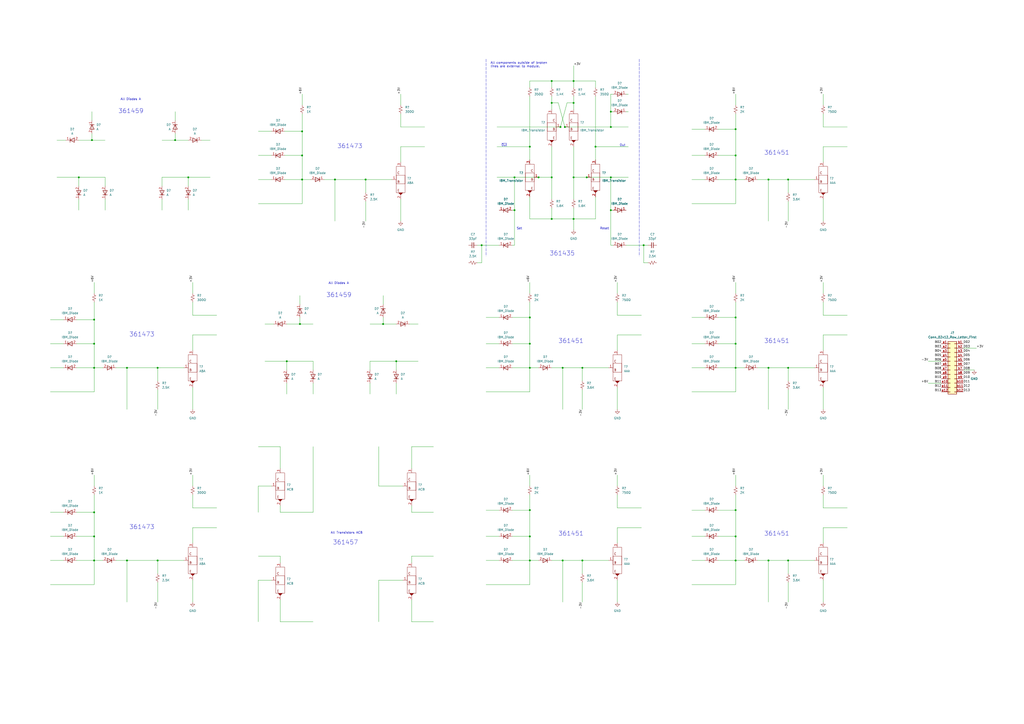
<source format=kicad_sch>
(kicad_sch (version 20211123) (generator eeschema)
  (paper "A2")
  (junction (at 445.77 213.36))
  (junction (at 109.22 102.87))
  (junction (at 212.09 104.14))
  (junction (at 320.04 102.87))
  (junction (at 307.34 213.36))
  (junction (at 332.74 46.99))
  (junction (at 166.37 209.55))
  (junction (at 91.44 213.36))
  (junction (at 326.39 213.36))
  (junction (at 340.36 102.87))
  (junction (at 445.77 325.12))
  (junction (at 307.34 199.39))
  (junction (at 279.4 142.24))
  (junction (at 354.33 73.66))
  (junction (at 175.26 90.17))
  (junction (at 426.72 199.39))
  (junction (at 54.61 311.15))
  (junction (at 426.72 90.17))
  (junction (at 373.38 142.24))
  (junction (at 426.72 295.91))
  (junction (at 354.33 64.77))
  (junction (at 307.34 295.91))
  (junction (at 327.66 73.66))
  (junction (at 457.2 325.12))
  (junction (at 337.82 213.36))
  (junction (at 307.34 184.15))
  (junction (at 426.72 184.15))
  (junction (at 222.25 187.96))
  (junction (at 332.74 127))
  (junction (at 101.6 81.28))
  (junction (at 73.66 325.12))
  (junction (at 320.04 46.99))
  (junction (at 54.61 213.36))
  (junction (at 312.42 102.87))
  (junction (at 320.04 127))
  (junction (at 53.34 81.28))
  (junction (at 229.87 209.55))
  (junction (at 54.61 199.39))
  (junction (at 326.39 325.12))
  (junction (at 91.44 325.12))
  (junction (at 54.61 325.12))
  (junction (at 354.33 102.87))
  (junction (at 307.34 325.12))
  (junction (at 175.26 76.2))
  (junction (at 332.74 59.69))
  (junction (at 426.72 104.14))
  (junction (at 54.61 297.18))
  (junction (at 307.34 85.09))
  (junction (at 298.45 102.87))
  (junction (at 337.82 325.12))
  (junction (at 320.04 59.69))
  (junction (at 73.66 213.36))
  (junction (at 298.45 121.92))
  (junction (at 173.99 187.96))
  (junction (at 445.77 104.14))
  (junction (at 426.72 325.12))
  (junction (at 54.61 185.42))
  (junction (at 307.34 311.15))
  (junction (at 457.2 213.36))
  (junction (at 426.72 74.93))
  (junction (at 426.72 213.36))
  (junction (at 325.12 73.66))
  (junction (at 175.26 104.14))
  (junction (at 457.2 104.14))
  (junction (at 332.74 102.87))
  (junction (at 426.72 311.15))
  (junction (at 354.33 121.92))
  (junction (at 345.44 85.0832))
  (junction (at 194.31 104.14))
  (junction (at 45.72 102.87))
  (wire (pts (xy 477.52 163.83) (xy 477.52 170.18)))
  (wire (pts (xy 307.34 227.33) (xy 307.34 213.36)))
  (wire (pts (xy 91.44 213.36) (xy 106.68 213.36)))
  (wire (pts (xy 426.72 339.09) (xy 426.72 325.12)))
  (wire (pts (xy 426.72 184.15) (xy 416.56 184.15)))
  (wire (pts (xy 44.45 325.12) (xy 54.61 325.12)))
  (wire (pts (xy 279.4 142.24) (xy 289.56 142.24)))
  (wire (pts (xy 307.34 199.39) (xy 307.34 213.36)))
  (wire (pts (xy 332.74 127) (xy 332.74 133.35)))
  (wire (pts (xy 439.42 325.12) (xy 445.77 325.12)))
  (wire (pts (xy 53.34 64.77) (xy 53.34 69.85)))
  (wire (pts (xy 232.41 85.09) (xy 246.38 85.09)))
  (wire (pts (xy 181.61 222.25) (xy 181.61 228.6)))
  (wire (pts (xy 33.02 81.28) (xy 38.1 81.28)))
  (wire (pts (xy 345.44 85.0832) (xy 345.44 92.71)))
  (wire (pts (xy 307.34 213.36) (xy 312.42 213.36)))
  (wire (pts (xy 307.34 295.91) (xy 297.18 295.91)))
  (wire (pts (xy 111.76 182.88) (xy 125.73 182.88)))
  (wire (pts (xy 29.21 213.36) (xy 36.83 213.36)))
  (wire (pts (xy 29.21 199.39) (xy 36.83 199.39)))
  (wire (pts (xy 363.22 54.61) (xy 364.49 54.61)))
  (wire (pts (xy 307.34 275.59) (xy 307.34 281.94)))
  (wire (pts (xy 54.61 213.36) (xy 59.69 213.36)))
  (wire (pts (xy 175.26 118.11) (xy 175.26 104.14)))
  (wire (pts (xy 445.77 237.49) (xy 445.77 213.36)))
  (wire (pts (xy 281.94 295.91) (xy 289.56 295.91)))
  (wire (pts (xy 54.61 185.42) (xy 54.61 199.39)))
  (wire (pts (xy 426.72 311.15) (xy 416.56 311.15)))
  (wire (pts (xy 558.8 214.63) (xy 565.15 214.63)))
  (wire (pts (xy 358.14 182.88) (xy 372.11 182.88)))
  (wire (pts (xy 345.44 46.99) (xy 345.44 50.8)))
  (wire (pts (xy 477.52 314.96) (xy 477.52 306.07)))
  (wire (pts (xy 457.2 213.36) (xy 472.44 213.36)))
  (wire (pts (xy 426.72 90.17) (xy 416.56 90.17)))
  (wire (pts (xy 232.41 93.98) (xy 232.41 85.09)))
  (wire (pts (xy 54.61 275.59) (xy 54.61 281.94)))
  (wire (pts (xy 477.52 66.04) (xy 477.52 73.66)))
  (wire (pts (xy 166.37 222.25) (xy 166.37 228.6)))
  (wire (pts (xy 477.52 182.88) (xy 491.49 182.88)))
  (wire (pts (xy 345.44 85.0832) (xy 364.49 85.0832)))
  (wire (pts (xy 477.52 194.31) (xy 491.49 194.31)))
  (wire (pts (xy 345.44 127) (xy 332.74 127)))
  (wire (pts (xy 54.61 311.15) (xy 54.61 325.12)))
  (wire (pts (xy 162.56 322.58) (xy 162.56 326.39)))
  (wire (pts (xy 457.2 104.14) (xy 457.2 111.76)))
  (wire (pts (xy 33.02 102.87) (xy 45.72 102.87)))
  (wire (pts (xy 187.96 104.14) (xy 194.31 104.14)))
  (wire (pts (xy 232.41 73.66) (xy 246.38 73.66)))
  (wire (pts (xy 401.32 90.17) (xy 408.94 90.17)))
  (wire (pts (xy 276.86 152.4) (xy 279.4 152.4)))
  (wire (pts (xy 401.32 311.15) (xy 408.94 311.15)))
  (wire (pts (xy 439.42 104.14) (xy 445.77 104.14)))
  (wire (pts (xy 416.56 104.14) (xy 426.72 104.14)))
  (wire (pts (xy 457.2 226.06) (xy 457.2 237.49)))
  (wire (pts (xy 175.26 90.17) (xy 175.26 104.14)))
  (wire (pts (xy 477.52 287.02) (xy 477.52 294.64)))
  (wire (pts (xy 153.67 209.55) (xy 166.37 209.55)))
  (wire (pts (xy 298.45 102.87) (xy 298.45 121.92)))
  (wire (pts (xy 401.32 104.14) (xy 408.94 104.14)))
  (wire (pts (xy 326.39 213.36) (xy 337.82 213.36)))
  (wire (pts (xy 111.76 294.64) (xy 125.73 294.64)))
  (wire (pts (xy 426.72 175.26) (xy 426.72 184.15)))
  (wire (pts (xy 238.76 322.58) (xy 251.46 322.58)))
  (wire (pts (xy 416.56 325.12) (xy 426.72 325.12)))
  (wire (pts (xy 281.94 227.33) (xy 307.34 227.33)))
  (wire (pts (xy 358.14 336.55) (xy 358.14 349.25)))
  (wire (pts (xy 312.42 102.87) (xy 320.04 102.87)))
  (wire (pts (xy 426.72 295.91) (xy 426.72 311.15)))
  (wire (pts (xy 445.77 128.27) (xy 445.77 104.14)))
  (wire (pts (xy 109.22 115.57) (xy 109.22 121.92)))
  (wire (pts (xy 297.18 325.12) (xy 307.34 325.12)))
  (wire (pts (xy 175.26 76.2) (xy 165.1 76.2)))
  (wire (pts (xy 307.34 55.88) (xy 307.34 85.09)))
  (wire (pts (xy 354.33 102.87) (xy 364.49 102.87)))
  (wire (pts (xy 116.84 81.28) (xy 121.92 81.28)))
  (wire (pts (xy 426.72 74.93) (xy 426.72 90.17)))
  (wire (pts (xy 320.04 59.69) (xy 320.04 63.5)))
  (wire (pts (xy 426.72 311.15) (xy 426.72 325.12)))
  (wire (pts (xy 354.33 54.61) (xy 354.33 64.77)))
  (wire (pts (xy 109.22 102.87) (xy 109.22 107.95)))
  (wire (pts (xy 60.96 115.57) (xy 60.96 121.92)))
  (wire (pts (xy 445.77 104.14) (xy 457.2 104.14)))
  (wire (pts (xy 165.1 104.14) (xy 175.26 104.14)))
  (wire (pts (xy 175.26 76.2) (xy 175.26 90.17)))
  (wire (pts (xy 101.6 77.47) (xy 101.6 81.28)))
  (wire (pts (xy 109.22 102.87) (xy 93.98 102.87)))
  (wire (pts (xy 149.86 360.68) (xy 149.86 336.55)))
  (wire (pts (xy 326.39 349.25) (xy 326.39 325.12)))
  (wire (pts (xy 232.41 66.04) (xy 232.41 73.66)))
  (wire (pts (xy 279.4 142.24) (xy 276.86 142.24)))
  (wire (pts (xy 477.52 306.07) (xy 491.49 306.07)))
  (wire (pts (xy 111.76 336.55) (xy 111.76 349.25)))
  (wire (pts (xy 320.04 120.65) (xy 320.04 127)))
  (wire (pts (xy 426.72 295.91) (xy 416.56 295.91)))
  (wire (pts (xy 354.33 64.77) (xy 355.6 64.77)))
  (wire (pts (xy 320.04 325.12) (xy 326.39 325.12)))
  (wire (pts (xy 149.86 118.11) (xy 175.26 118.11)))
  (wire (pts (xy 320.04 102.87) (xy 320.04 85.09)))
  (wire (pts (xy 358.14 314.96) (xy 358.14 306.07)))
  (wire (pts (xy 354.33 142.24) (xy 355.6 142.24)))
  (wire (pts (xy 307.34 311.15) (xy 307.34 325.12)))
  (wire (pts (xy 173.99 184.15) (xy 173.99 187.96)))
  (wire (pts (xy 326.39 325.12) (xy 337.82 325.12)))
  (wire (pts (xy 222.25 184.15) (xy 222.25 187.96)))
  (wire (pts (xy 166.37 187.96) (xy 173.99 187.96)))
  (wire (pts (xy 320.04 59.69) (xy 323.85 59.69)))
  (wire (pts (xy 373.38 152.4) (xy 373.38 142.24)))
  (wire (pts (xy 426.72 325.12) (xy 431.8 325.12)))
  (wire (pts (xy 229.87 187.96) (xy 222.25 187.96)))
  (wire (pts (xy 445.77 213.36) (xy 457.2 213.36)))
  (wire (pts (xy 457.2 213.36) (xy 457.2 220.98)))
  (wire (pts (xy 162.56 347.98) (xy 162.56 360.68)))
  (wire (pts (xy 426.72 275.59) (xy 426.72 281.94)))
  (wire (pts (xy 238.76 360.68) (xy 251.46 360.68)))
  (wire (pts (xy 416.56 213.36) (xy 426.72 213.36)))
  (wire (pts (xy 401.32 295.91) (xy 408.94 295.91)))
  (wire (pts (xy 111.76 175.26) (xy 111.76 182.88)))
  (wire (pts (xy 332.74 59.69) (xy 328.93 59.69)))
  (wire (pts (xy 229.87 222.25) (xy 229.87 228.6)))
  (wire (pts (xy 345.44 55.88) (xy 345.44 85.0832)))
  (wire (pts (xy 54.61 185.42) (xy 44.45 185.42)))
  (wire (pts (xy 281.94 184.15) (xy 289.56 184.15)))
  (wire (pts (xy 162.56 271.78) (xy 162.56 259.08)))
  (wire (pts (xy 358.14 163.83) (xy 358.14 170.18)))
  (wire (pts (xy 320.04 213.36) (xy 326.39 213.36)))
  (wire (pts (xy 238.76 326.39) (xy 238.76 322.58)))
  (wire (pts (xy 101.6 81.28) (xy 93.98 81.28)))
  (wire (pts (xy 358.14 275.59) (xy 358.14 281.94)))
  (wire (pts (xy 91.44 213.36) (xy 91.44 220.98)))
  (wire (pts (xy 29.21 227.33) (xy 54.61 227.33)))
  (wire (pts (xy 45.72 81.28) (xy 53.34 81.28)))
  (wire (pts (xy 162.56 297.18) (xy 181.61 297.18)))
  (wire (pts (xy 337.82 325.12) (xy 353.06 325.12)))
  (wire (pts (xy 162.56 293.37) (xy 162.56 297.18)))
  (wire (pts (xy 73.66 325.12) (xy 73.66 349.25)))
  (wire (pts (xy 111.76 194.31) (xy 125.73 194.31)))
  (wire (pts (xy 320.04 102.87) (xy 320.04 115.57)))
  (wire (pts (xy 219.71 281.94) (xy 219.71 259.08)))
  (wire (pts (xy 93.98 107.95) (xy 93.98 102.87)))
  (wire (pts (xy 401.32 199.39) (xy 408.94 199.39)))
  (wire (pts (xy 426.72 74.93) (xy 416.56 74.93)))
  (wire (pts (xy 337.82 325.12) (xy 337.82 332.74)))
  (wire (pts (xy 332.74 46.99) (xy 332.74 50.8)))
  (wire (pts (xy 153.67 187.96) (xy 158.75 187.96)))
  (wire (pts (xy 288.29 85.09) (xy 307.34 85.09)))
  (wire (pts (xy 307.34 163.83) (xy 307.34 170.18)))
  (wire (pts (xy 91.44 337.82) (xy 91.44 349.25)))
  (wire (pts (xy 214.63 214.63) (xy 214.63 209.55)))
  (wire (pts (xy 327.66 73.66) (xy 354.33 73.66)))
  (wire (pts (xy 457.2 325.12) (xy 457.2 332.74)))
  (wire (pts (xy 426.72 287.02) (xy 426.72 295.91)))
  (wire (pts (xy 297.18 213.36) (xy 307.34 213.36)))
  (wire (pts (xy 307.34 85.09) (xy 307.34 92.71)))
  (wire (pts (xy 212.09 104.14) (xy 212.09 111.76)))
  (wire (pts (xy 307.34 127) (xy 307.34 114.3)))
  (wire (pts (xy 363.22 142.24) (xy 373.38 142.24)))
  (wire (pts (xy 307.34 311.15) (xy 297.18 311.15)))
  (wire (pts (xy 121.92 102.87) (xy 109.22 102.87)))
  (wire (pts (xy 73.66 213.36) (xy 73.66 237.49)))
  (wire (pts (xy 332.74 102.87) (xy 332.74 115.57)))
  (wire (pts (xy 44.45 213.36) (xy 54.61 213.36)))
  (wire (pts (xy 354.33 102.87) (xy 354.33 121.92)))
  (wire (pts (xy 175.26 54.61) (xy 175.26 60.96)))
  (wire (pts (xy 111.76 306.07) (xy 125.73 306.07)))
  (wire (pts (xy 29.21 185.42) (xy 36.83 185.42)))
  (wire (pts (xy 91.44 325.12) (xy 106.68 325.12)))
  (wire (pts (xy 445.77 325.12) (xy 457.2 325.12)))
  (wire (pts (xy 281.94 325.12) (xy 289.56 325.12)))
  (wire (pts (xy 232.41 115.57) (xy 232.41 128.27)))
  (wire (pts (xy 320.04 46.99) (xy 332.74 46.99)))
  (wire (pts (xy 93.98 115.57) (xy 93.98 121.92)))
  (wire (pts (xy 375.92 152.4) (xy 373.38 152.4)))
  (wire (pts (xy 332.74 120.65) (xy 332.74 127)))
  (wire (pts (xy 426.72 66.04) (xy 426.72 74.93)))
  (wire (pts (xy 67.31 325.12) (xy 73.66 325.12)))
  (wire (pts (xy 53.34 81.28) (xy 60.96 81.28)))
  (wire (pts (xy 477.52 224.79) (xy 477.52 237.49)))
  (wire (pts (xy 162.56 360.68) (xy 181.61 360.68)))
  (wire (pts (xy 307.34 287.02) (xy 307.34 295.91)))
  (wire (pts (xy 111.76 163.83) (xy 111.76 170.18)))
  (wire (pts (xy 337.82 226.06) (xy 337.82 237.49)))
  (wire (pts (xy 477.52 115.57) (xy 477.52 128.27)))
  (wire (pts (xy 166.37 209.55) (xy 181.61 209.55)))
  (wire (pts (xy 477.52 294.64) (xy 491.49 294.64)))
  (wire (pts (xy 320.04 127) (xy 307.34 127)))
  (wire (pts (xy 288.29 73.66) (xy 325.12 73.66)))
  (wire (pts (xy 354.33 54.61) (xy 355.6 54.61)))
  (wire (pts (xy 229.87 209.55) (xy 214.63 209.55)))
  (wire (pts (xy 181.61 214.63) (xy 181.61 209.55)))
  (wire (pts (xy 358.14 203.2) (xy 358.14 194.31)))
  (wire (pts (xy 219.71 336.55) (xy 219.71 360.68)))
  (wire (pts (xy 332.74 38.1) (xy 332.74 46.99)))
  (wire (pts (xy 307.34 339.09) (xy 307.34 325.12)))
  (wire (pts (xy 166.37 209.55) (xy 166.37 214.63)))
  (wire (pts (xy 67.31 213.36) (xy 73.66 213.36)))
  (wire (pts (xy 401.32 184.15) (xy 408.94 184.15)))
  (wire (pts (xy 54.61 199.39) (xy 54.61 213.36)))
  (wire (pts (xy 281.94 199.39) (xy 289.56 199.39)))
  (wire (pts (xy 401.32 118.11) (xy 426.72 118.11)))
  (wire (pts (xy 54.61 199.39) (xy 44.45 199.39)))
  (wire (pts (xy 111.76 203.2) (xy 111.76 194.31)))
  (wire (pts (xy 149.86 322.58) (xy 162.56 322.58)))
  (wire (pts (xy 237.49 187.96) (xy 242.57 187.96)))
  (polyline (pts (xy 281.94 34.29) (xy 281.94 148.59)))
  (wire (pts (xy 149.86 336.55) (xy 157.48 336.55)))
  (wire (pts (xy 173.99 171.45) (xy 173.99 176.53)))
  (wire (pts (xy 281.94 339.09) (xy 307.34 339.09)))
  (wire (pts (xy 307.34 325.12) (xy 312.42 325.12)))
  (wire (pts (xy 111.76 314.96) (xy 111.76 306.07)))
  (wire (pts (xy 358.14 194.31) (xy 372.11 194.31)))
  (wire (pts (xy 54.61 311.15) (xy 44.45 311.15)))
  (polyline (pts (xy 370.84 34.29) (xy 370.84 148.59)))
  (wire (pts (xy 29.21 339.09) (xy 54.61 339.09)))
  (wire (pts (xy 53.34 77.47) (xy 53.34 81.28)))
  (wire (pts (xy 181.61 297.18) (xy 181.61 259.08)))
  (wire (pts (xy 281.94 311.15) (xy 289.56 311.15)))
  (wire (pts (xy 328.93 59.69) (xy 325.12 73.66)))
  (wire (pts (xy 426.72 199.39) (xy 416.56 199.39)))
  (wire (pts (xy 54.61 175.26) (xy 54.61 185.42)))
  (wire (pts (xy 558.8 201.93) (xy 566.42 201.93)))
  (wire (pts (xy 175.26 66.04) (xy 175.26 76.2)))
  (wire (pts (xy 45.72 102.87) (xy 60.96 102.87)))
  (wire (pts (xy 320.04 46.99) (xy 320.04 50.8)))
  (wire (pts (xy 457.2 104.14) (xy 472.44 104.14)))
  (wire (pts (xy 337.82 337.82) (xy 337.82 349.25)))
  (wire (pts (xy 477.52 175.26) (xy 477.52 182.88)))
  (wire (pts (xy 194.31 104.14) (xy 212.09 104.14)))
  (wire (pts (xy 54.61 339.09) (xy 54.61 325.12)))
  (wire (pts (xy 332.74 85.09) (xy 332.74 102.87)))
  (wire (pts (xy 73.66 325.12) (xy 91.44 325.12)))
  (wire (pts (xy 401.32 213.36) (xy 408.94 213.36)))
  (wire (pts (xy 354.33 121.92) (xy 355.6 121.92)))
  (wire (pts (xy 233.68 336.55) (xy 219.71 336.55)))
  (wire (pts (xy 298.45 121.92) (xy 298.45 142.24)))
  (wire (pts (xy 29.21 311.15) (xy 36.83 311.15)))
  (wire (pts (xy 373.38 142.24) (xy 375.92 142.24)))
  (wire (pts (xy 29.21 297.18) (xy 36.83 297.18)))
  (wire (pts (xy 307.34 46.99) (xy 307.34 50.8)))
  (wire (pts (xy 279.4 152.4) (xy 279.4 142.24)))
  (wire (pts (xy 477.52 85.09) (xy 491.49 85.09)))
  (wire (pts (xy 457.2 116.84) (xy 457.2 128.27)))
  (wire (pts (xy 54.61 227.33) (xy 54.61 213.36)))
  (wire (pts (xy 358.14 175.26) (xy 358.14 182.88)))
  (wire (pts (xy 337.82 213.36) (xy 337.82 220.98)))
  (wire (pts (xy 477.52 275.59) (xy 477.52 281.94)))
  (wire (pts (xy 212.09 104.14) (xy 227.33 104.14)))
  (wire (pts (xy 307.34 175.26) (xy 307.34 184.15)))
  (wire (pts (xy 457.2 337.82) (xy 457.2 349.25)))
  (wire (pts (xy 538.48 222.25) (xy 546.1 222.25)))
  (wire (pts (xy 29.21 325.12) (xy 36.83 325.12)))
  (wire (pts (xy 332.74 59.69) (xy 332.74 63.5)))
  (wire (pts (xy 238.76 347.98) (xy 238.76 360.68)))
  (wire (pts (xy 345.44 114.3) (xy 345.44 127)))
  (wire (pts (xy 111.76 275.59) (xy 111.76 281.94)))
  (wire (pts (xy 175.26 104.14) (xy 180.34 104.14)))
  (wire (pts (xy 194.31 104.14) (xy 194.31 128.27)))
  (wire (pts (xy 73.66 213.36) (xy 91.44 213.36)))
  (wire (pts (xy 354.33 121.92) (xy 354.33 142.24)))
  (wire (pts (xy 229.87 209.55) (xy 229.87 214.63)))
  (wire (pts (xy 426.72 227.33) (xy 426.72 213.36)))
  (wire (pts (xy 175.26 90.17) (xy 165.1 90.17)))
  (wire (pts (xy 426.72 199.39) (xy 426.72 213.36)))
  (wire (pts (xy 111.76 287.02) (xy 111.76 294.64)))
  (wire (pts (xy 54.61 297.18) (xy 54.61 311.15)))
  (wire (pts (xy 477.52 54.61) (xy 477.52 60.96)))
  (wire (pts (xy 457.2 325.12) (xy 472.44 325.12)))
  (wire (pts (xy 354.33 64.77) (xy 354.33 73.66)))
  (wire (pts (xy 426.72 90.17) (xy 426.72 104.14)))
  (wire (pts (xy 401.32 227.33) (xy 426.72 227.33)))
  (wire (pts (xy 149.86 281.94) (xy 149.86 297.18)))
  (wire (pts (xy 45.72 115.57) (xy 45.72 121.92)))
  (wire (pts (xy 337.82 213.36) (xy 353.06 213.36)))
  (wire (pts (xy 45.72 102.87) (xy 45.72 107.95)))
  (wire (pts (xy 307.34 295.91) (xy 307.34 311.15)))
  (wire (pts (xy 401.32 339.09) (xy 426.72 339.09)))
  (wire (pts (xy 307.34 199.39) (xy 297.18 199.39)))
  (wire (pts (xy 477.52 93.98) (xy 477.52 85.09)))
  (wire (pts (xy 288.29 102.87) (xy 298.45 102.87)))
  (wire (pts (xy 54.61 287.02) (xy 54.61 297.18)))
  (wire (pts (xy 354.33 73.66) (xy 364.49 73.66)))
  (wire (pts (xy 426.72 184.15) (xy 426.72 199.39)))
  (wire (pts (xy 477.52 73.66) (xy 491.49 73.66)))
  (wire (pts (xy 307.34 46.99) (xy 320.04 46.99)))
  (wire (pts (xy 363.22 64.77) (xy 364.49 64.77)))
  (wire (pts (xy 238.76 259.08) (xy 251.46 259.08)))
  (wire (pts (xy 173.99 187.96) (xy 181.61 187.96)))
  (wire (pts (xy 222.25 171.45) (xy 222.25 176.53)))
  (wire (pts (xy 332.74 127) (xy 320.04 127)))
  (wire (pts (xy 101.6 64.77) (xy 101.6 69.85)))
  (wire (pts (xy 298.45 102.87) (xy 312.42 102.87)))
  (wire (pts (xy 238.76 271.78) (xy 238.76 259.08)))
  (wire (pts (xy 298.45 121.92) (xy 297.18 121.92)))
  (wire (pts (xy 149.86 90.17) (xy 157.48 90.17)))
  (wire (pts (xy 307.34 184.15) (xy 297.18 184.15)))
  (wire (pts (xy 332.74 55.88) (xy 332.74 59.69)))
  (wire (pts (xy 212.09 116.84) (xy 212.09 128.27)))
  (wire (pts (xy 157.48 281.94) (xy 149.86 281.94)))
  (wire (pts (xy 298.45 142.24) (xy 297.18 142.24)))
  (wire (pts (xy 358.14 294.64) (xy 372.11 294.64)))
  (wire (pts (xy 149.86 76.2) (xy 157.48 76.2)))
  (wire (pts (xy 426.72 54.61) (xy 426.72 60.96)))
  (wire (pts (xy 109.22 81.28) (xy 101.6 81.28)))
  (wire (pts (xy 326.39 237.49) (xy 326.39 213.36)))
  (wire (pts (xy 233.68 281.94) (xy 219.71 281.94)))
  (wire (pts (xy 54.61 297.18) (xy 44.45 297.18)))
  (wire (pts (xy 358.14 306.07) (xy 372.11 306.07)))
  (wire (pts (xy 426.72 104.14) (xy 431.8 104.14)))
  (wire (pts (xy 340.36 102.87) (xy 354.33 102.87)))
  (wire (pts (xy 477.52 203.2) (xy 477.52 194.31)))
  (wire (pts (xy 426.72 213.36) (xy 431.8 213.36)))
  (wire (pts (xy 91.44 325.12) (xy 91.44 332.74)))
  (wire (pts (xy 358.14 224.79) (xy 358.14 237.49)))
  (wire (pts (xy 149.86 104.14) (xy 157.48 104.14)))
  (wire (pts (xy 222.25 187.96) (xy 214.63 187.96)))
  (wire (pts (xy 320.04 55.88) (xy 320.04 59.69)))
  (wire (pts (xy 232.41 54.61) (xy 232.41 60.96)))
  (wire (pts (xy 214.63 222.25) (xy 214.63 228.6)))
  (wire (pts (xy 426.72 118.11) (xy 426.72 104.14)))
  (wire (pts (xy 91.44 226.06) (xy 91.44 237.49)))
  (wire (pts (xy 445.77 349.25) (xy 445.77 325.12)))
  (wire (pts (xy 60.96 107.95) (xy 60.96 102.87)))
  (wire (pts (xy 358.14 287.02) (xy 358.14 294.64)))
  (wire (pts (xy 242.57 209.55) (xy 229.87 209.55)))
  (wire (pts (xy 162.56 259.08) (xy 149.86 259.08)))
  (wire (pts (xy 538.48 209.55) (xy 546.1 209.55)))
  (wire (pts (xy 54.61 325.12) (xy 59.69 325.12)))
  (wire (pts (xy 332.74 46.99) (xy 345.44 46.99)))
  (wire (pts (xy 238.76 297.18) (xy 251.46 297.18)))
  (wire (pts (xy 426.72 163.83) (xy 426.72 170.18)))
  (wire (pts (xy 281.94 213.36) (xy 289.56 213.36)))
  (wire (pts (xy 238.76 293.37) (xy 238.76 297.18)))
  (wire (pts (xy 477.52 336.55) (xy 477.52 349.25)))
  (wire (pts (xy 323.85 59.69) (xy 327.66 73.66)))
  (wire (pts (xy 401.32 74.93) (xy 408.94 74.93)))
  (wire (pts (xy 111.76 224.79) (xy 111.76 237.49)))
  (wire (pts (xy 332.74 102.87) (xy 340.36 102.87)))
  (wire (pts (xy 401.32 325.12) (xy 408.94 325.12)))
  (wire (pts (xy 307.34 184.15) (xy 307.34 199.39)))
  (wire (pts (xy 439.42 213.36) (xy 445.77 213.36)))
  (wire (pts (xy 54.61 163.83) (xy 54.61 170.18)))
  (text "361451" (at 443.23 90.17 0) (effects (font (size 2.54 2.54)) (justify left bottom)))
  (text "All Diodes A" (at 69.85 58.42 0) (effects (font (size 1.27 1.27)) (justify left bottom)))
  (text "All Transistors ACB" (at 191.77 309.88 0) (effects (font (size 1.27 1.27)) (justify left bottom)))
  (text "361451" (at 443.23 311.15 0) (effects (font (size 2.54 2.54)) (justify left bottom)))
  (text "Reset" (at 347.98 133.35 0) (effects (font (size 1.27 1.27)) (justify left bottom)))
  (text "Out" (at 359.41 85.09 0) (effects (font (size 1.27 1.27)) (justify left bottom)))
  (text "361451" (at 323.85 199.39 0) (effects (font (size 2.54 2.54)) (justify left bottom)))
  (text "361451" (at 323.85 311.15 0) (effects (font (size 2.54 2.54)) (justify left bottom)))
  (text "All Diodes A" (at 190.5 165.1 0) (effects (font (size 1.27 1.27)) (justify left bottom)))
  (text "361451" (at 443.23 199.39 0) (effects (font (size 2.54 2.54)) (justify left bottom)))
  (text "Set" (at 299.72 133.35 0) (effects (font (size 1.27 1.27)) (justify left bottom)))
  (text "361473" (at 195.58 86.36 0) (effects (font (size 2.54 2.54)) (justify left bottom)))
  (text "361457" (at 193.04 316.23 0) (effects (font (size 2.54 2.54)) (justify left bottom)))
  (text "All components outside of broken\nlines are external to module." (at 284.48 39.37 0) (effects (font (size 1.27 1.27)) (justify left bottom)))
  (text "361459" (at 68.58 66.04 0) (effects (font (size 2.54 2.54)) (justify left bottom)))
  (text "361435" (at 318.77 148.59 0) (effects (font (size 2.54 2.54)) (justify left bottom)))
  (text "361459" (at 189.23 172.72 0) (effects (font (size 2.54 2.54)) (justify left bottom)))
  (text "361473" (at 74.93 307.34 0) (effects (font (size 2.54 2.54)) (justify left bottom)))
  (text "~{Out}" (at 290.83 85.09 0) (effects (font (size 1.27 1.27)) (justify left bottom)))
  (text "361473" (at 74.93 195.58 0) (effects (font (size 2.54 2.54)) (justify left bottom)))
  (label "+3V" (at 566.42 201.93 0))
  (label "-3V" (at 457.2 349.25 270))
  (label "+3V" (at 477.52 275.59 90))
  (label "-3V" (at 337.82 237.49 270))
  (label "-3V" (at 538.48 209.55 180))
  (label "+6V" (at 426.72 54.61 90))
  (label "+3V" (at 111.76 163.83 90))
  (label "+6V" (at 54.61 275.59 90))
  (label "D06" (at 558.8 209.55 0))
  (label "+6V" (at 538.48 222.25 180))
  (label "D13" (at 558.8 227.33 0))
  (label "D09" (at 558.8 217.17 0))
  (label "B12" (at 546.1 224.79 180))
  (label "B02" (at 546.1 199.39 180))
  (label "+3V" (at 477.52 54.61 90))
  (label "B11" (at 546.1 222.25 180))
  (label "D07" (at 558.8 212.09 0))
  (label "+6V" (at 54.61 163.83 90))
  (label "+3V" (at 111.76 275.59 90))
  (label "B10" (at 546.1 219.71 180))
  (label "B09" (at 546.1 217.17 180))
  (label "+3V" (at 232.41 54.61 90))
  (label "D02" (at 558.8 199.39 0))
  (label "B05" (at 546.1 207.01 180))
  (label "+3V" (at 477.52 163.83 90))
  (label "B04" (at 546.1 204.47 180))
  (label "D05" (at 558.8 207.01 0))
  (label "B13" (at 546.1 227.33 180))
  (label "D11" (at 558.8 222.25 0))
  (label "B08" (at 546.1 214.63 180))
  (label "+6V" (at 307.34 163.83 90))
  (label "+3V" (at 332.74 38.1 0))
  (label "+6V" (at 426.72 275.59 90))
  (label "-3V" (at 91.44 349.25 270))
  (label "-3V" (at 457.2 128.27 270))
  (label "-3V" (at 457.2 237.49 270))
  (label "D04" (at 558.8 204.47 0))
  (label "B03" (at 546.1 201.93 180))
  (label "+6V" (at 175.26 54.61 90))
  (label "B06" (at 546.1 209.55 180))
  (label "D12" (at 558.8 224.79 0))
  (label "D08" (at 558.8 214.63 0))
  (label "B07" (at 546.1 212.09 180))
  (label "D03" (at 558.8 201.93 0))
  (label "D10" (at 558.8 219.71 0))
  (label "-3V" (at 212.09 128.27 270))
  (label "-3V" (at 337.82 349.25 270))
  (label "+3V" (at 358.14 275.59 90))
  (label "+6V" (at 307.34 275.59 90))
  (label "+6V" (at 426.72 163.83 90))
  (label "-3V" (at 91.44 237.49 270))
  (label "+3V" (at 358.14 163.83 90))
  (symbol (lib_id "Device:R_Small_US") (at 175.26 63.5 0) (unit 1)
    (property "Reference" "R?" (at 177.8 62.2299 0) (effects (justify left)))
    (property "Value" "1K" (at 177.8 64.7699 0) (effects (justify left)))
    (property "Footprint" "Resistor_SMD:R_0201_0603Metric" (effects hide))
  )
  (symbol (lib_id "IBM_SLT-SLD:IBM_Diode") (at 359.41 54.61 180) (unit 1)
    (property "Reference" "D?" (at 359.41 48.26 0))
    (property "Value" "IBM_Diode" (at 359.41 50.8 0))
    (property "Footprint" "Diode_SMD:D_0201_0603Metric" (effects hide))
  )
  (symbol (lib_id "Device:R_Small_US") (at 91.44 335.28 0) (unit 1)
    (property "Reference" "R?" (at 93.98 334.0099 0) (effects (justify left)))
    (property "Value" "2.5K" (at 93.98 336.5499 0) (effects (justify left)))
    (property "Footprint" "Resistor_SMD:R_0201_0603Metric" (effects hide))
  )
  (symbol (lib_id "IBM_SLT-SLD:IBM_Diode") (at 412.75 90.17 0) (unit 1)
    (property "Reference" "D?" (at 412.75 83.82 0))
    (property "Value" "IBM_Diode" (at 412.75 86.36 0))
    (property "Footprint" "Diode_SMD:D_0201_0603Metric" (effects hide))
  )
  (symbol (lib_id "IBM_SLT-SLD:IBM_Transistor") (at 477.52 213.36 0) (unit 1)
    (property "Reference" "T?" (at 481.33 212.7249 0) (effects (justify left)))
    (property "Value" "AAA" (at 481.33 215.2649 0) (effects (justify left)))
    (property "Footprint" "Package_TO_SOT_SMD:SOT-883" (effects hide))
  )
  (symbol (lib_id "IBM_SLT-SLD:IBM_Diode") (at 412.75 104.14 0) (unit 1)
    (property "Reference" "D?" (at 412.75 97.79 0))
    (property "Value" "IBM_Diode" (at 412.75 100.33 0))
    (property "Footprint" "Diode_SMD:D_0201_0603Metric" (effects hide))
  )
  (symbol (lib_id "IBM_SLT-SLD:IBM_Transistor") (at 345.44 102.87 0) (unit 1)
    (property "Reference" "T?" (at 349.25 100.33 0) (effects (justify left)))
    (property "Value" "IBM_Transistor" (at 349.25 104.7749 0) (effects (justify left)))
  )
  (symbol (lib_id "IBM_SLT-SLD:IBM_Transistor") (at 111.76 325.12 0) (unit 1)
    (property "Reference" "T?" (at 115.57 324.4849 0) (effects (justify left)))
    (property "Value" "ABA" (at 115.57 327.0249 0) (effects (justify left)))
  )
  (symbol (lib_id "Device:C_Small") (at 378.46 142.24 270) (mirror x) (unit 1)
    (property "Reference" "C?" (at 378.4537 135.89 90))
    (property "Value" "33pF" (at 378.4537 138.43 90))
  )
  (symbol (lib_id "IBM_SLT-SLD:IBM_Diode") (at 40.64 325.12 0) (unit 1)
    (property "Reference" "D?" (at 40.64 318.77 0))
    (property "Value" "IBM_Diode" (at 40.64 321.31 0))
    (property "Footprint" "Diode_SMD:D_0201_0603Metric" (effects hide))
  )
  (symbol (lib_id "power:GND") (at 232.41 128.27 0) (unit 1)
    (property "Reference" "#PWR?" (effects hide))
    (property "Value" "GND" (at 232.41 133.35 0))
  )
  (symbol (lib_id "Device:R_Small_US") (at 212.09 114.3 0) (unit 1)
    (property "Reference" "R?" (at 214.63 113.0299 0) (effects (justify left)))
    (property "Value" "2.5K" (at 214.63 115.5699 0) (effects (justify left)))
    (property "Footprint" "Resistor_SMD:R_0201_0603Metric" (effects hide))
  )
  (symbol (lib_id "Device:R_Small_US") (at 345.44 53.34 180) (unit 1)
    (property "Reference" "R?" (at 347.98 52.0699 0) (effects (justify right)))
    (property "Value" "350Ω" (at 347.98 54.6099 0) (effects (justify right)))
    (property "Footprint" "Resistor_SMD:R_0201_0603Metric" (effects hide))
  )
  (symbol (lib_id "Device:R_Small_US") (at 457.2 335.28 0) (unit 1)
    (property "Reference" "R?" (at 459.74 334.0099 0) (effects (justify left)))
    (property "Value" "3.6K" (at 459.74 336.5499 0) (effects (justify left)))
    (property "Footprint" "Resistor_SMD:R_0201_0603Metric" (effects hide))
  )
  (symbol (lib_id "Device:R_Small_US") (at 332.74 53.34 180) (unit 1)
    (property "Reference" "R?" (at 335.28 52.0699 0) (effects (justify right)))
    (property "Value" "1.4K" (at 335.28 54.6099 0) (effects (justify right)))
    (property "Footprint" "Resistor_SMD:R_0201_0603Metric" (effects hide))
  )
  (symbol (lib_id "Device:R_Small_US") (at 358.14 284.48 0) (unit 1)
    (property "Reference" "R?" (at 360.68 283.2099 0) (effects (justify left)))
    (property "Value" "750Ω" (at 360.68 285.7499 0) (effects (justify left)))
    (property "Footprint" "Resistor_SMD:R_0201_0603Metric" (effects hide))
  )
  (symbol (lib_id "Device:R_Small_US") (at 337.82 223.52 0) (unit 1)
    (property "Reference" "R?" (at 340.36 222.2499 0) (effects (justify left)))
    (property "Value" "3.6K" (at 340.36 224.7899 0) (effects (justify left)))
    (property "Footprint" "Resistor_SMD:R_0201_0603Metric" (effects hide))
  )
  (symbol (lib_id "IBM_SLT-SLD:IBM_Diode") (at 173.99 180.34 270) (unit 1)
    (property "Reference" "D?" (at 176.53 179.0699 90) (effects (justify left)))
    (property "Value" "A" (at 176.53 181.6099 90) (effects (justify left)))
    (property "Footprint" "Diode_SMD:D_0201_0603Metric" (effects hide))
  )
  (symbol (lib_id "power:GND") (at 111.76 349.25 0) (unit 1)
    (property "Reference" "#PWR?" (effects hide))
    (property "Value" "GND" (at 111.76 354.33 0))
  )
  (symbol (lib_id "Device:R_Small_US") (at 426.72 172.72 0) (unit 1)
    (property "Reference" "R?" (at 429.26 171.4499 0) (effects (justify left)))
    (property "Value" "2K" (at 429.26 173.9899 0) (effects (justify left)))
    (property "Footprint" "Resistor_SMD:R_0201_0603Metric" (effects hide))
  )
  (symbol (lib_id "power:GND") (at 358.14 349.25 0) (unit 1)
    (property "Reference" "#PWR?" (effects hide))
    (property "Value" "GND" (at 358.14 354.33 0))
  )
  (symbol (lib_id "IBM_SLT-SLD:IBM_Diode") (at 293.37 199.39 0) (unit 1)
    (property "Reference" "D?" (at 293.37 193.04 0))
    (property "Value" "IBM_Diode" (at 293.37 195.58 0))
    (property "Footprint" "Diode_SMD:D_0201_0603Metric" (effects hide))
  )
  (symbol (lib_id "IBM_SLT-SLD:IBM_Diode") (at 412.75 74.93 0) (unit 1)
    (property "Reference" "D?" (at 412.75 68.58 0))
    (property "Value" "IBM_Diode" (at 412.75 71.12 0))
    (property "Footprint" "Diode_SMD:D_0201_0603Metric" (effects hide))
  )
  (symbol (lib_id "IBM_SLT-SLD:IBM_Diode") (at 412.75 325.12 0) (unit 1)
    (property "Reference" "D?" (at 412.75 318.77 0))
    (property "Value" "IBM_Diode" (at 412.75 321.31 0))
    (property "Footprint" "Diode_SMD:D_0201_0603Metric" (effects hide))
  )
  (symbol (lib_id "IBM_SLT-SLD:IBM_Transistor") (at 358.14 213.36 0) (unit 1)
    (property "Reference" "T?" (at 361.95 212.7249 0) (effects (justify left)))
    (property "Value" "AAA" (at 361.95 215.2649 0) (effects (justify left)))
    (property "Footprint" "Package_TO_SOT_SMD:SOT-883" (effects hide))
  )
  (symbol (lib_id "Device:R_Small_US") (at 274.32 152.4 270) (unit 1)
    (property "Reference" "R?" (at 274.32 146.05 90))
    (property "Value" "2.5K" (at 274.32 148.59 90))
    (property "Footprint" "Resistor_SMD:R_0201_0603Metric" (effects hide))
  )
  (symbol (lib_id "IBM_SLT-SLD:IBM_Diode") (at 184.15 104.14 180) (unit 1)
    (property "Reference" "D?" (at 184.15 97.79 0))
    (property "Value" "IBM_Diode" (at 184.15 100.33 0))
    (property "Footprint" "Diode_SMD:D_0201_0603Metric" (effects hide))
  )
  (symbol (lib_id "IBM_SLT-SLD:IBM_Diode") (at 166.37 218.44 90) (unit 1)
    (property "Reference" "D?" (at 168.91 217.1699 90) (effects (justify right)))
    (property "Value" "A" (at 168.91 219.7099 90) (effects (justify right)))
    (property "Footprint" "Diode_SMD:D_0201_0603Metric" (effects hide))
  )
  (symbol (lib_id "IBM_SLT-SLD:IBM_Diode") (at 293.37 295.91 0) (unit 1)
    (property "Reference" "D?" (at 293.37 289.56 0))
    (property "Value" "IBM_Diode" (at 293.37 292.1 0))
    (property "Footprint" "Diode_SMD:D_0201_0603Metric" (effects hide))
  )
  (symbol (lib_id "Device:R_Small_US") (at 307.34 172.72 0) (unit 1)
    (property "Reference" "R?" (at 309.88 171.4499 0) (effects (justify left)))
    (property "Value" "2K" (at 309.88 173.9899 0) (effects (justify left)))
    (property "Footprint" "Resistor_SMD:R_0201_0603Metric" (effects hide))
  )
  (symbol (lib_id "Device:R_Small_US") (at 320.04 118.11 180) (unit 1)
    (property "Reference" "R?" (at 322.58 116.8399 0) (effects (justify right)))
    (property "Value" "1.6K" (at 322.58 119.3799 0) (effects (justify right)))
    (property "Footprint" "Resistor_SMD:R_0201_0603Metric" (effects hide))
  )
  (symbol (lib_id "IBM_SLT-SLD:IBM_Diode") (at 60.96 111.76 90) (unit 1)
    (property "Reference" "D?" (at 63.5 110.4899 90) (effects (justify right)))
    (property "Value" "A" (at 63.5 113.0299 90) (effects (justify right)))
    (property "Footprint" "Diode_SMD:D_0201_0603Metric" (effects hide))
  )
  (symbol (lib_id "IBM_SLT-SLD:IBM_Transistor") (at 320.04 73.66 0) (mirror y) (unit 1)
    (property "Reference" "T?" (at 316.23 71.12 0) (effects (justify left)))
    (property "Value" "IBM_Transistor" (at 316.23 75.5649 0) (effects (justify left)))
  )
  (symbol (lib_id "Device:R_Small_US") (at 320.04 53.34 180) (unit 1)
    (property "Reference" "R?" (at 322.58 52.0699 0) (effects (justify right)))
    (property "Value" "1.4K" (at 322.58 54.6099 0) (effects (justify right)))
    (property "Footprint" "Resistor_SMD:R_0201_0603Metric" (effects hide))
  )
  (symbol (lib_id "Device:R_Small_US") (at 378.46 152.4 90) (mirror x) (unit 1)
    (property "Reference" "R?" (at 378.46 146.05 90))
    (property "Value" "2.5K" (at 378.46 148.59 90))
    (property "Footprint" "Resistor_SMD:R_0201_0603Metric" (effects hide))
  )
  (symbol (lib_id "IBM_SLT-SLD:IBM_Diode") (at 162.56 187.96 0) (unit 1)
    (property "Reference" "D?" (at 162.56 181.61 0))
    (property "Value" "A" (at 162.56 184.15 0))
    (property "Footprint" "Diode_SMD:D_0201_0603Metric" (effects hide))
  )
  (symbol (lib_id "IBM_SLT-SLD:IBM_Diode") (at 435.61 325.12 180) (unit 1)
    (property "Reference" "D?" (at 435.61 318.77 0))
    (property "Value" "IBM_Diode" (at 435.61 321.31 0))
    (property "Footprint" "Diode_SMD:D_0201_0603Metric" (effects hide))
  )
  (symbol (lib_id "IBM_SLT-SLD:IBM_Diode") (at 435.61 104.14 180) (unit 1)
    (property "Reference" "D?" (at 435.61 97.79 0))
    (property "Value" "IBM_Diode" (at 435.61 100.33 0))
    (property "Footprint" "Diode_SMD:D_0201_0603Metric" (effects hide))
  )
  (symbol (lib_id "IBM_SLT-SLD:IBM_Transistor") (at 238.76 336.55 0) (unit 1)
    (property "Reference" "T?" (at 242.57 335.9149 0) (effects (justify left)))
    (property "Value" "ACB" (at 242.57 338.4549 0) (effects (justify left)))
  )
  (symbol (lib_id "IBM_SLT-SLD:IBM_Diode") (at 214.63 218.44 90) (unit 1)
    (property "Reference" "D?" (at 217.17 217.1699 90) (effects (justify right)))
    (property "Value" "A" (at 217.17 219.7099 90) (effects (justify right)))
    (property "Footprint" "Diode_SMD:D_0201_0603Metric" (effects hide))
  )
  (symbol (lib_id "IBM_SLT-SLD:IBM_Diode") (at 93.98 111.76 90) (unit 1)
    (property "Reference" "D?" (at 96.52 110.4899 90) (effects (justify right)))
    (property "Value" "A" (at 96.52 113.0299 90) (effects (justify right)))
    (property "Footprint" "Diode_SMD:D_0201_0603Metric" (effects hide))
  )
  (symbol (lib_id "IBM_SLT-SLD:IBM_Diode") (at 161.29 76.2 0) (unit 1)
    (property "Reference" "D?" (at 161.29 69.85 0))
    (property "Value" "IBM_Diode" (at 161.29 72.39 0))
    (property "Footprint" "Diode_SMD:D_0201_0603Metric" (effects hide))
  )
  (symbol (lib_id "Device:R_Small_US") (at 91.44 223.52 0) (unit 1)
    (property "Reference" "R?" (at 93.98 222.2499 0) (effects (justify left)))
    (property "Value" "2.5K" (at 93.98 224.7899 0) (effects (justify left)))
    (property "Footprint" "Resistor_SMD:R_0201_0603Metric" (effects hide))
  )
  (symbol (lib_id "Device:R_Small_US") (at 111.76 284.48 0) (unit 1)
    (property "Reference" "R?" (at 114.3 283.2099 0) (effects (justify left)))
    (property "Value" "300Ω" (at 114.3 285.7499 0) (effects (justify left)))
    (property "Footprint" "Resistor_SMD:R_0201_0603Metric" (effects hide))
  )
  (symbol (lib_id "Device:R_Small_US") (at 54.61 284.48 0) (unit 1)
    (property "Reference" "R?" (at 57.15 283.2099 0) (effects (justify left)))
    (property "Value" "1K" (at 57.15 285.7499 0) (effects (justify left)))
    (property "Footprint" "Resistor_SMD:R_0201_0603Metric" (effects hide))
  )
  (symbol (lib_id "IBM_SLT-SLD:IBM_Diode") (at 359.41 64.77 180) (unit 1)
    (property "Reference" "D?" (at 359.41 58.42 0))
    (property "Value" "IBM_Diode" (at 359.41 60.96 0))
    (property "Footprint" "Diode_SMD:D_0201_0603Metric" (effects hide))
  )
  (symbol (lib_id "IBM_SLT-SLD:IBM_Diode") (at 45.72 111.76 90) (unit 1)
    (property "Reference" "D?" (at 48.26 110.4899 90) (effects (justify right)))
    (property "Value" "A" (at 48.26 113.0299 90) (effects (justify right)))
    (property "Footprint" "Diode_SMD:D_0201_0603Metric" (effects hide))
  )
  (symbol (lib_id "IBM_SLT-SLD:IBM_Transistor") (at 238.76 281.94 0) (unit 1)
    (property "Reference" "T?" (at 242.57 281.3049 0) (effects (justify left)))
    (property "Value" "ACB" (at 242.57 283.8449 0) (effects (justify left)))
  )
  (symbol (lib_id "IBM_SLT-SLD:IBM_Diode") (at 412.75 311.15 0) (unit 1)
    (property "Reference" "D?" (at 412.75 304.8 0))
    (property "Value" "IBM_Diode" (at 412.75 307.34 0))
    (property "Footprint" "Diode_SMD:D_0201_0603Metric" (effects hide))
  )
  (symbol (lib_id "power:GND") (at 332.74 133.35 0) (unit 1)
    (property "Reference" "#PWR?" (effects hide))
    (property "Value" "GND" (at 332.74 138.43 0))
  )
  (symbol (lib_id "Device:R_Small_US") (at 54.61 172.72 0) (unit 1)
    (property "Reference" "R?" (at 57.15 171.4499 0) (effects (justify left)))
    (property "Value" "1K" (at 57.15 173.9899 0) (effects (justify left)))
    (property "Footprint" "Resistor_SMD:R_0201_0603Metric" (effects hide))
  )
  (symbol (lib_id "IBM_SLT-SLD:IBM_Diode") (at 101.6 73.66 90) (mirror x) (unit 1)
    (property "Reference" "D?" (at 99.06 72.3899 90) (effects (justify left)))
    (property "Value" "A" (at 99.06 74.9299 90) (effects (justify left)))
    (property "Footprint" "Diode_SMD:D_0201_0603Metric" (effects hide))
  )
  (symbol (lib_id "power:GND") (at 477.52 237.49 0) (unit 1)
    (property "Reference" "#PWR?" (effects hide))
    (property "Value" "GND" (at 477.52 242.57 0))
  )
  (symbol (lib_id "IBM_SLT-SLD:IBM_Diode") (at 233.68 187.96 180) (unit 1)
    (property "Reference" "D?" (at 233.68 181.61 0))
    (property "Value" "A" (at 233.68 184.15 0))
    (property "Footprint" "Diode_SMD:D_0201_0603Metric" (effects hide))
  )
  (symbol (lib_id "IBM_SLT-SLD:IBM_Diode") (at 40.64 213.36 0) (unit 1)
    (property "Reference" "D?" (at 40.64 207.01 0))
    (property "Value" "IBM_Diode" (at 40.64 209.55 0))
    (property "Footprint" "Diode_SMD:D_0201_0603Metric" (effects hide))
  )
  (symbol (lib_id "IBM_SLT-SLD:IBM_Diode") (at 316.23 213.36 180) (unit 1)
    (property "Reference" "D?" (at 316.23 207.01 0))
    (property "Value" "IBM_Diode" (at 316.23 209.55 0))
    (property "Footprint" "Diode_SMD:D_0201_0603Metric" (effects hide))
  )
  (symbol (lib_id "IBM_SLT-SLD:IBM_Transistor") (at 477.52 104.14 0) (unit 1)
    (property "Reference" "T?" (at 481.33 103.5049 0) (effects (justify left)))
    (property "Value" "AAA" (at 481.33 106.0449 0) (effects (justify left)))
    (property "Footprint" "Package_TO_SOT_SMD:SOT-883" (effects hide))
  )
  (symbol (lib_id "Device:R_Small_US") (at 426.72 284.48 0) (unit 1)
    (property "Reference" "R?" (at 429.26 283.2099 0) (effects (justify left)))
    (property "Value" "2K" (at 429.26 285.7499 0) (effects (justify left)))
    (property "Footprint" "Resistor_SMD:R_0201_0603Metric" (effects hide))
  )
  (symbol (lib_id "IBM_SLT-SLD:IBM_Diode") (at 40.64 199.39 0) (unit 1)
    (property "Reference" "D?" (at 40.64 193.04 0))
    (property "Value" "IBM_Diode" (at 40.64 195.58 0))
    (property "Footprint" "Diode_SMD:D_0201_0603Metric" (effects hide))
  )
  (symbol (lib_id "IBM_SLT-SLD:IBM_Diode") (at 41.91 81.28 0) (unit 1)
    (property "Reference" "D?" (at 41.91 74.93 0))
    (property "Value" "A" (at 41.91 77.47 0))
    (property "Footprint" "Diode_SMD:D_0201_0603Metric" (effects hide))
  )
  (symbol (lib_id "IBM_SLT-SLD:IBM_Transistor") (at 332.74 73.66 0) (unit 1)
    (property "Reference" "T?" (at 336.55 71.12 0) (effects (justify left)))
    (property "Value" "IBM_Transistor" (at 336.55 75.5649 0) (effects (justify left)))
  )
  (symbol (lib_id "IBM_SLT-SLD:IBM_Diode") (at 161.29 104.14 0) (unit 1)
    (property "Reference" "D?" (at 161.29 97.79 0))
    (property "Value" "IBM_Diode" (at 161.29 100.33 0))
    (property "Footprint" "Diode_SMD:D_0201_0603Metric" (effects hide))
  )
  (symbol (lib_id "IBM_SLT-SLD:IBM_Diode") (at 40.64 185.42 0) (unit 1)
    (property "Reference" "D?" (at 40.64 179.07 0))
    (property "Value" "IBM_Diode" (at 40.64 181.61 0))
    (property "Footprint" "Diode_SMD:D_0201_0603Metric" (effects hide))
  )
  (symbol (lib_id "IBM_SLT-SLD:IBM_Transistor") (at 111.76 213.36 0) (unit 1)
    (property "Reference" "T?" (at 115.57 212.7249 0) (effects (justify left)))
    (property "Value" "ABA" (at 115.57 215.2649 0) (effects (justify left)))
  )
  (symbol (lib_id "IBM_SLT-SLD:IBM_Diode") (at 316.23 325.12 180) (unit 1)
    (property "Reference" "D?" (at 316.23 318.77 0))
    (property "Value" "IBM_Diode" (at 316.23 321.31 0))
    (property "Footprint" "Diode_SMD:D_0201_0603Metric" (effects hide))
  )
  (symbol (lib_id "IBM_SLT-SLD:IBM_Diode") (at 53.34 73.66 270) (unit 1)
    (property "Reference" "D?" (at 55.88 72.3899 90) (effects (justify left)))
    (property "Value" "A" (at 55.88 74.9299 90) (effects (justify left)))
    (property "Footprint" "Diode_SMD:D_0201_0603Metric" (effects hide))
  )
  (symbol (lib_id "IBM_SLT-SLD:IBM_Transistor") (at 358.14 325.12 0) (unit 1)
    (property "Reference" "T?" (at 361.95 324.4849 0) (effects (justify left)))
    (property "Value" "AAA" (at 361.95 327.0249 0) (effects (justify left)))
    (property "Footprint" "Package_TO_SOT_SMD:SOT-883" (effects hide))
  )
  (symbol (lib_id "Device:R_Small_US") (at 307.34 53.34 180) (unit 1)
    (property "Reference" "R?" (at 309.88 52.0699 0) (effects (justify right)))
    (property "Value" "350Ω" (at 309.88 54.6099 0) (effects (justify right)))
    (property "Footprint" "Resistor_SMD:R_0201_0603Metric" (effects hide))
  )
  (symbol (lib_id "Device:R_Small_US") (at 477.52 63.5 0) (unit 1)
    (property "Reference" "R?" (at 480.06 62.2299 0) (effects (justify left)))
    (property "Value" "750Ω" (at 480.06 64.7699 0) (effects (justify left)))
    (property "Footprint" "Resistor_SMD:R_0201_0603Metric" (effects hide))
  )
  (symbol (lib_id "IBM_SLT-SLD:IBM_Diode") (at 359.41 121.92 180) (unit 1)
    (property "Reference" "D?" (at 359.41 115.57 0))
    (property "Value" "IBM_Diode" (at 359.41 118.11 0))
    (property "Footprint" "Diode_SMD:D_0201_0603Metric" (effects hide))
  )
  (symbol (lib_id "IBM_SLT-SLD:IBM_Diode") (at 359.41 142.24 180) (unit 1)
    (property "Reference" "D?" (at 359.41 135.89 0))
    (property "Value" "IBM_Diode" (at 359.41 138.43 0))
    (property "Footprint" "Diode_SMD:D_0201_0603Metric" (effects hide))
  )
  (symbol (lib_id "IBM_SLT-SLD:IBM_Transistor") (at 162.56 281.94 0) (unit 1)
    (property "Reference" "T?" (at 166.37 281.3049 0) (effects (justify left)))
    (property "Value" "ACB" (at 166.37 283.8449 0) (effects (justify left)))
  )
  (symbol (lib_id "IBM_SLT-SLD:IBM_Diode") (at 412.75 295.91 0) (unit 1)
    (property "Reference" "D?" (at 412.75 289.56 0))
    (property "Value" "IBM_Diode" (at 412.75 292.1 0))
    (property "Footprint" "Diode_SMD:D_0201_0603Metric" (effects hide))
  )
  (symbol (lib_id "IBM_SLT-SLD:IBM_Diode") (at 435.61 213.36 180) (unit 1)
    (property "Reference" "D?" (at 435.61 207.01 0))
    (property "Value" "IBM_Diode" (at 435.61 209.55 0))
    (property "Footprint" "Diode_SMD:D_0201_0603Metric" (effects hide))
  )
  (symbol (lib_id "IBM_SLT-SLD:IBM_Diode") (at 412.75 213.36 0) (unit 1)
    (property "Reference" "D?" (at 412.75 207.01 0))
    (property "Value" "IBM_Diode" (at 412.75 209.55 0))
    (property "Footprint" "Diode_SMD:D_0201_0603Metric" (effects hide))
  )
  (symbol (lib_id "IBM_SLT-SLD:IBM_Transistor") (at 307.34 102.87 0) (mirror y) (unit 1)
    (property "Reference" "T?" (at 303.53 100.33 0) (effects (justify left)))
    (property "Value" "IBM_Transistor" (at 303.53 104.7749 0) (effects (justify left)))
  )
  (symbol (lib_id "Device:R_Small_US") (at 477.52 284.48 0) (unit 1)
    (property "Reference" "R?" (at 480.06 283.2099 0) (effects (justify left)))
    (property "Value" "750Ω" (at 480.06 285.7499 0) (effects (justify left)))
    (property "Footprint" "Resistor_SMD:R_0201_0603Metric" (effects hide))
  )
  (symbol (lib_id "Device:R_Small_US") (at 307.34 284.48 0) (unit 1)
    (property "Reference" "R?" (at 309.88 283.2099 0) (effects (justify left)))
    (property "Value" "2K" (at 309.88 285.7499 0) (effects (justify left)))
    (property "Footprint" "Resistor_SMD:R_0201_0603Metric" (effects hide))
  )
  (symbol (lib_id "power:GND") (at 477.52 349.25 0) (unit 1)
    (property "Reference" "#PWR?" (effects hide))
    (property "Value" "GND" (at 477.52 354.33 0))
  )
  (symbol (lib_id "Device:R_Small_US") (at 358.14 172.72 0) (unit 1)
    (property "Reference" "R?" (at 360.68 171.4499 0) (effects (justify left)))
    (property "Value" "750Ω" (at 360.68 173.9899 0) (effects (justify left)))
    (property "Footprint" "Resistor_SMD:R_0201_0603Metric" (effects hide))
  )
  (symbol (lib_id "IBM_SLT-SLD:IBM_Diode") (at 63.5 213.36 180) (unit 1)
    (property "Reference" "D?" (at 63.5 207.01 0))
    (property "Value" "IBM_Diode" (at 63.5 209.55 0))
    (property "Footprint" "Diode_SMD:D_0201_0603Metric" (effects hide))
  )
  (symbol (lib_id "Device:R_Small_US") (at 337.82 335.28 0) (unit 1)
    (property "Reference" "R?" (at 340.36 334.0099 0) (effects (justify left)))
    (property "Value" "3.6K" (at 340.36 336.5499 0) (effects (justify left)))
    (property "Footprint" "Resistor_SMD:R_0201_0603Metric" (effects hide))
  )
  (symbol (lib_id "power:GND") (at 565.15 214.63 0) (unit 1)
    (property "Reference" "#PWR?" (effects hide))
    (property "Value" "GND" (at 565.15 219.71 0))
  )
  (symbol (lib_id "IBM_SLT-SLD:IBM_Diode") (at 412.75 184.15 0) (unit 1)
    (property "Reference" "D?" (at 412.75 177.8 0))
    (property "Value" "IBM_Diode" (at 412.75 180.34 0))
    (property "Footprint" "Diode_SMD:D_0201_0603Metric" (effects hide))
  )
  (symbol (lib_id "Device:R_Small_US") (at 457.2 223.52 0) (unit 1)
    (property "Reference" "R?" (at 459.74 222.2499 0) (effects (justify left)))
    (property "Value" "3.6K" (at 459.74 224.7899 0) (effects (justify left)))
    (property "Footprint" "Resistor_SMD:R_0201_0603Metric" (effects hide))
  )
  (symbol (lib_id "IBM_SLT-SLD:IBM_Diode") (at 109.22 111.76 90) (unit 1)
    (property "Reference" "D?" (at 111.76 110.4899 90) (effects (justify right)))
    (property "Value" "A" (at 111.76 113.0299 90) (effects (justify right)))
    (property "Footprint" "Diode_SMD:D_0201_0603Metric" (effects hide))
  )
  (symbol (lib_id "Device:R_Small_US") (at 426.72 63.5 0) (unit 1)
    (property "Reference" "R?" (at 429.26 62.2299 0) (effects (justify left)))
    (property "Value" "2K" (at 429.26 64.7699 0) (effects (justify left)))
    (property "Footprint" "Resistor_SMD:R_0201_0603Metric" (effects hide))
  )
  (symbol (lib_id "IBM_SLT-SLD:IBM_Diode") (at 113.03 81.28 180) (unit 1)
    (property "Reference" "D?" (at 113.03 74.93 0))
    (property "Value" "A" (at 113.03 77.47 0))
    (property "Footprint" "Diode_SMD:D_0201_0603Metric" (effects hide))
  )
  (symbol (lib_id "Device:R_Small_US") (at 332.74 118.11 180) (unit 1)
    (property "Reference" "R?" (at 335.28 116.8399 0) (effects (justify right)))
    (property "Value" "1.6K" (at 335.28 119.3799 0) (effects (justify right)))
    (property "Footprint" "Resistor_SMD:R_0201_0603Metric" (effects hide))
  )
  (symbol (lib_id "power:GND") (at 358.14 237.49 0) (unit 1)
    (property "Reference" "#PWR?" (effects hide))
    (property "Value" "GND" (at 358.14 242.57 0))
  )
  (symbol (lib_id "Device:R_Small_US") (at 111.76 172.72 0) (unit 1)
    (property "Reference" "R?" (at 114.3 171.4499 0) (effects (justify left)))
    (property "Value" "300Ω" (at 114.3 173.9899 0) (effects (justify left)))
    (property "Footprint" "Resistor_SMD:R_0201_0603Metric" (effects hide))
  )
  (symbol (lib_id "IBM_SLT-SLD:IBM_Diode") (at 40.64 297.18 0) (unit 1)
    (property "Reference" "D?" (at 40.64 290.83 0))
    (property "Value" "IBM_Diode" (at 40.64 293.37 0))
    (property "Footprint" "Diode_SMD:D_0201_0603Metric" (effects hide))
  )
  (symbol (lib_id "power:GND") (at 111.76 237.49 0) (unit 1)
    (property "Reference" "#PWR?" (effects hide))
    (property "Value" "GND" (at 111.76 242.57 0))
  )
  (symbol (lib_id "IBM_SLT-SLD:IBM_Diode") (at 229.87 218.44 90) (unit 1)
    (property "Reference" "D?" (at 232.41 217.1699 90) (effects (justify right)))
    (property "Value" "A" (at 232.41 219.7099 90) (effects (justify right)))
    (property "Footprint" "Diode_SMD:D_0201_0603Metric" (effects hide))
  )
  (symbol (lib_id "IBM_SLT-SLD:IBM_Diode") (at 293.37 184.15 0) (unit 1)
    (property "Reference" "D?" (at 293.37 177.8 0))
    (property "Value" "IBM_Diode" (at 293.37 180.34 0))
    (property "Footprint" "Diode_SMD:D_0201_0603Metric" (effects hide))
  )
  (symbol (lib_id "IBM_SLT-SLD:IBM_Transistor") (at 232.41 104.14 0) (unit 1)
    (property "Reference" "T?" (at 236.22 103.5049 0) (effects (justify left)))
    (property "Value" "ABA" (at 236.22 106.0449 0) (effects (justify left)))
  )
  (symbol (lib_id "IBM_SLT-SLD:IBM_Diode") (at 293.37 213.36 0) (unit 1)
    (property "Reference" "D?" (at 293.37 207.01 0))
    (property "Value" "IBM_Diode" (at 293.37 209.55 0))
    (property "Footprint" "Diode_SMD:D_0201_0603Metric" (effects hide))
  )
  (symbol (lib_id "IBM_SLT-SLD:IBM_Diode") (at 293.37 311.15 0) (unit 1)
    (property "Reference" "D?" (at 293.37 304.8 0))
    (property "Value" "IBM_Diode" (at 293.37 307.34 0))
    (property "Footprint" "Diode_SMD:D_0201_0603Metric" (effects hide))
  )
  (symbol (lib_id "IBM_SLT-SLD:IBM_Diode") (at 412.75 199.39 0) (unit 1)
    (property "Reference" "D?" (at 412.75 193.04 0))
    (property "Value" "IBM_Diode" (at 412.75 195.58 0))
    (property "Footprint" "Diode_SMD:D_0201_0603Metric" (effects hide))
  )
  (symbol (lib_id "IBM_SLT-SLD:IBM_Diode") (at 40.64 311.15 0) (unit 1)
    (property "Reference" "D?" (at 40.64 304.8 0))
    (property "Value" "IBM_Diode" (at 40.64 307.34 0))
    (property "Footprint" "Diode_SMD:D_0201_0603Metric" (effects hide))
  )
  (symbol (lib_id "Device:C_Small") (at 274.32 142.24 90) (unit 1)
    (property "Reference" "C?" (at 274.3263 135.89 90))
    (property "Value" "33pF" (at 274.3263 138.43 90))
  )
  (symbol (lib_id "Device:R_Small_US") (at 232.41 63.5 0) (unit 1)
    (property "Reference" "R?" (at 234.95 62.2299 0) (effects (justify left)))
    (property "Value" "300Ω" (at 234.95 64.7699 0) (effects (justify left)))
    (property "Footprint" "Resistor_SMD:R_0201_0603Metric" (effects hide))
  )
  (symbol (lib_id "Connector_Generic:Conn_02x12_Row_Letter_First") (at 551.18 212.09 0) (unit 1)
    (property "Reference" "J?" (at 552.45 193.04 0))
    (property "Value" "Conn_02x12_Row_Letter_First" (at 552.45 195.58 0))
  )
  (symbol (lib_id "IBM_SLT-SLD:IBM_Diode") (at 222.25 180.34 90) (mirror x) (unit 1)
    (property "Reference" "D?" (at 219.71 179.0699 90) (effects (justify left)))
    (property "Value" "A" (at 219.71 181.6099 90) (effects (justify left)))
    (property "Footprint" "Diode_SMD:D_0201_0603Metric" (effects hide))
  )
  (symbol (lib_id "IBM_SLT-SLD:IBM_Diode") (at 293.37 121.92 0) (mirror x) (unit 1)
    (property "Reference" "D?" (at 293.37 115.57 0))
    (property "Value" "IBM_Diode" (at 293.37 118.11 0))
    (property "Footprint" "Diode_SMD:D_0201_0603Metric" (effects hide))
  )
  (symbol (lib_id "IBM_SLT-SLD:IBM_Diode") (at 293.37 142.24 0) (mirror x) (unit 1)
    (property "Reference" "D?" (at 293.37 135.89 0))
    (property "Value" "IBM_Diode" (at 293.37 138.43 0))
    (property "Footprint" "Diode_SMD:D_0201_0603Metric" (effects hide))
  )
  (symbol (lib_id "IBM_SLT-SLD:IBM_Diode") (at 63.5 325.12 180) (unit 1)
    (property "Reference" "D?" (at 63.5 318.77 0))
    (property "Value" "IBM_Diode" (at 63.5 321.31 0))
    (property "Footprint" "Diode_SMD:D_0201_0603Metric" (effects hide))
  )
  (symbol (lib_id "IBM_SLT-SLD:IBM_Diode") (at 161.29 90.17 0) (unit 1)
    (property "Reference" "D?" (at 161.29 83.82 0))
    (property "Value" "IBM_Diode" (at 161.29 86.36 0))
    (property "Footprint" "Diode_SMD:D_0201_0603Metric" (effects hide))
  )
  (symbol (lib_id "IBM_SLT-SLD:IBM_Diode") (at 181.61 218.44 90) (unit 1)
    (property "Reference" "D?" (at 184.15 217.1699 90) (effects (justify right)))
    (property "Value" "A" (at 184.15 219.7099 90) (effects (justify right)))
    (property "Footprint" "Diode_SMD:D_0201_0603Metric" (effects hide))
  )
  (symbol (lib_id "IBM_SLT-SLD:IBM_Transistor") (at 477.52 325.12 0) (unit 1)
    (property "Reference" "T?" (at 481.33 324.4849 0) (effects (justify left)))
    (property "Value" "AAA" (at 481.33 327.0249 0) (effects (justify left)))
    (property "Footprint" "Package_TO_SOT_SMD:SOT-883" (effects hide))
  )
  (symbol (lib_id "power:GND") (at 477.52 128.27 0) (unit 1)
    (property "Reference" "#PWR?" (effects hide))
    (property "Value" "GND" (at 477.52 133.35 0))
  )
  (symbol (lib_id "Device:R_Small_US") (at 477.52 172.72 0) (unit 1)
    (property "Reference" "R?" (at 480.06 171.4499 0) (effects (justify left)))
    (property "Value" "750Ω" (at 480.06 173.9899 0) (effects (justify left)))
    (property "Footprint" "Resistor_SMD:R_0201_0603Metric" (effects hide))
  )
  (symbol (lib_id "Device:R_Small_US") (at 457.2 114.3 0) (unit 1)
    (property "Reference" "R?" (at 459.74 113.0299 0) (effects (justify left)))
    (property "Value" "3.6K" (at 459.74 115.5699 0) (effects (justify left)))
    (property "Footprint" "Resistor_SMD:R_0201_0603Metric" (effects hide))
  )
  (symbol (lib_id "IBM_SLT-SLD:IBM_Transistor") (at 162.56 336.55 0) (unit 1)
    (property "Reference" "T?" (at 166.37 335.9149 0) (effects (justify left)))
    (property "Value" "ACB" (at 166.37 338.4549 0) (effects (justify left)))
  )
  (symbol (lib_id "IBM_SLT-SLD:IBM_Diode") (at 293.37 325.12 0) (unit 1)
    (property "Reference" "D?" (at 293.37 318.77 0))
    (property "Value" "IBM_Diode" (at 293.37 321.31 0))
    (property "Footprint" "Diode_SMD:D_0201_0603Metric" (effects hide))
  )
)
</source>
